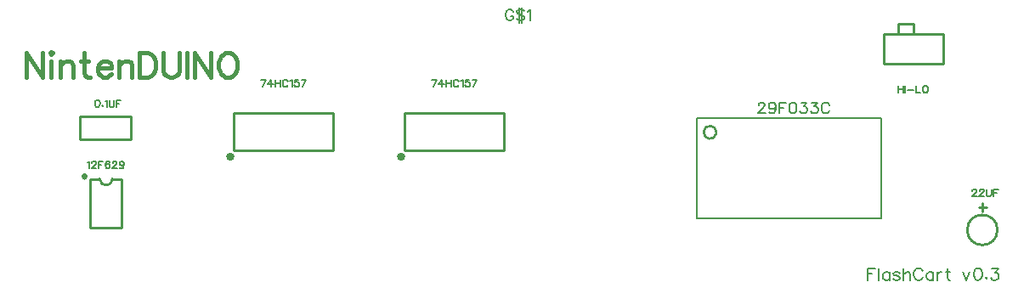
<source format=gto>
G04 Layer: TopSilkLayer*
G04 EasyEDA v5.9.42, Mon, 13 May 2019 22:36:32 GMT*
G04 18fdc59d78804919a667ee1bdc29a187*
G04 Gerber Generator version 0.2*
G04 Scale: 100 percent, Rotated: No, Reflected: No *
G04 Dimensions in inches *
G04 leading zeros omitted , absolute positions ,2 integer and 4 decimal *
%FSLAX24Y24*%
%MOIN*%
G90*
G70D02*

%ADD10C,0.010000*%
%ADD12C,0.015000*%
%ADD22C,0.008000*%
%ADD23C,0.015748*%
%ADD24C,0.007000*%

%LPD*%
G54D22*
G01X27106Y11072D02*
G01X34350Y11072D01*
G01X34350Y7135D01*
G01X27106Y7135D01*
G01X27106Y11072D01*
G54D10*
G01X38165Y7555D02*
G01X38475Y7555D01*
G01X38315Y7383D02*
G01X38315Y7713D01*
G01X2911Y11124D02*
G01X4911Y11124D01*
G01X4911Y10224D01*
G01X2911Y10224D01*
G01X2911Y11124D01*
G01X15642Y11075D02*
G01X15642Y9794D01*
G01X19560Y9794D01*
G01X19560Y11244D01*
G01X15642Y11244D01*
G01X15642Y11075D01*
G01X8942Y11075D02*
G01X8942Y9794D01*
G01X12860Y9794D01*
G01X12860Y11244D01*
G01X8942Y11244D01*
G01X8942Y11075D01*
G01X3321Y8674D02*
G01X3321Y6774D01*
G01X4561Y6774D01*
G01X4561Y8674D01*
G01X4561Y8674D02*
G01X4191Y8674D01*
G01X3691Y8674D02*
G01X3321Y8674D01*
G01X36791Y13184D02*
G01X34431Y13184D01*
G01X34431Y13184D02*
G01X34431Y14364D01*
G01X34431Y14364D02*
G01X35021Y14364D01*
G01X35021Y14364D02*
G01X35611Y14364D01*
G01X35611Y14364D02*
G01X36791Y14364D01*
G01X36791Y14364D02*
G01X36791Y13184D01*
G01X35021Y14364D02*
G01X35021Y14754D01*
G01X35611Y14364D02*
G01X35611Y14754D01*
G01X35611Y14754D02*
G01X35021Y14754D01*
G54D24*
G01X29531Y11572D02*
G01X29531Y11593D01*
G01X29552Y11634D01*
G01X29572Y11654D01*
G01X29613Y11674D01*
G01X29695Y11674D01*
G01X29736Y11654D01*
G01X29756Y11634D01*
G01X29777Y11593D01*
G01X29777Y11552D01*
G01X29756Y11511D01*
G01X29716Y11449D01*
G01X29511Y11245D01*
G01X29797Y11245D01*
G01X30198Y11531D02*
G01X30178Y11470D01*
G01X30137Y11429D01*
G01X30076Y11409D01*
G01X30055Y11409D01*
G01X29994Y11429D01*
G01X29953Y11470D01*
G01X29932Y11531D01*
G01X29932Y11552D01*
G01X29953Y11613D01*
G01X29994Y11654D01*
G01X30055Y11674D01*
G01X30076Y11674D01*
G01X30137Y11654D01*
G01X30178Y11613D01*
G01X30198Y11531D01*
G01X30198Y11429D01*
G01X30178Y11327D01*
G01X30137Y11265D01*
G01X30076Y11245D01*
G01X30035Y11245D01*
G01X29973Y11265D01*
G01X29953Y11306D01*
G01X30333Y11674D02*
G01X30333Y11245D01*
G01X30333Y11674D02*
G01X30599Y11674D01*
G01X30333Y11470D02*
G01X30497Y11470D01*
G01X30857Y11674D02*
G01X30796Y11654D01*
G01X30755Y11593D01*
G01X30734Y11490D01*
G01X30734Y11429D01*
G01X30755Y11327D01*
G01X30796Y11265D01*
G01X30857Y11245D01*
G01X30898Y11245D01*
G01X30959Y11265D01*
G01X31000Y11327D01*
G01X31021Y11429D01*
G01X31021Y11490D01*
G01X31000Y11593D01*
G01X30959Y11654D01*
G01X30898Y11674D01*
G01X30857Y11674D01*
G01X31196Y11674D02*
G01X31421Y11674D01*
G01X31299Y11511D01*
G01X31360Y11511D01*
G01X31401Y11490D01*
G01X31421Y11470D01*
G01X31442Y11409D01*
G01X31442Y11368D01*
G01X31421Y11306D01*
G01X31381Y11265D01*
G01X31319Y11245D01*
G01X31258Y11245D01*
G01X31196Y11265D01*
G01X31176Y11286D01*
G01X31156Y11327D01*
G01X31618Y11674D02*
G01X31843Y11674D01*
G01X31720Y11511D01*
G01X31781Y11511D01*
G01X31822Y11490D01*
G01X31843Y11470D01*
G01X31863Y11409D01*
G01X31863Y11368D01*
G01X31843Y11306D01*
G01X31802Y11265D01*
G01X31741Y11245D01*
G01X31679Y11245D01*
G01X31618Y11265D01*
G01X31597Y11286D01*
G01X31577Y11327D01*
G01X32305Y11572D02*
G01X32285Y11613D01*
G01X32244Y11654D01*
G01X32203Y11674D01*
G01X32121Y11674D01*
G01X32080Y11654D01*
G01X32039Y11613D01*
G01X32019Y11572D01*
G01X31998Y11511D01*
G01X31998Y11409D01*
G01X32019Y11347D01*
G01X32039Y11306D01*
G01X32080Y11265D01*
G01X32121Y11245D01*
G01X32203Y11245D01*
G01X32244Y11265D01*
G01X32285Y11306D01*
G01X32305Y11347D01*
G01X19918Y15217D02*
G01X19897Y15258D01*
G01X19856Y15299D01*
G01X19816Y15319D01*
G01X19734Y15319D01*
G01X19693Y15299D01*
G01X19652Y15258D01*
G01X19631Y15217D01*
G01X19611Y15156D01*
G01X19611Y15054D01*
G01X19631Y14992D01*
G01X19652Y14951D01*
G01X19693Y14910D01*
G01X19734Y14890D01*
G01X19816Y14890D01*
G01X19856Y14910D01*
G01X19897Y14951D01*
G01X19918Y14992D01*
G01X19918Y15054D01*
G01X19816Y15054D02*
G01X19918Y15054D01*
G01X20155Y15401D02*
G01X20155Y14808D01*
G01X20237Y15401D02*
G01X20237Y14808D01*
G01X20339Y15258D02*
G01X20298Y15299D01*
G01X20237Y15319D01*
G01X20155Y15319D01*
G01X20094Y15299D01*
G01X20053Y15258D01*
G01X20053Y15217D01*
G01X20073Y15176D01*
G01X20094Y15156D01*
G01X20135Y15135D01*
G01X20257Y15094D01*
G01X20298Y15074D01*
G01X20319Y15054D01*
G01X20339Y15013D01*
G01X20339Y14951D01*
G01X20298Y14910D01*
G01X20237Y14890D01*
G01X20155Y14890D01*
G01X20094Y14910D01*
G01X20053Y14951D01*
G01X20474Y15238D02*
G01X20515Y15258D01*
G01X20576Y15319D01*
G01X20576Y14890D01*
G01X37925Y8205D02*
G01X37925Y8219D01*
G01X37938Y8246D01*
G01X37952Y8260D01*
G01X37979Y8274D01*
G01X38034Y8274D01*
G01X38061Y8260D01*
G01X38075Y8246D01*
G01X38088Y8219D01*
G01X38088Y8192D01*
G01X38075Y8165D01*
G01X38047Y8124D01*
G01X37911Y7987D01*
G01X38102Y7987D01*
G01X38206Y8205D02*
G01X38206Y8219D01*
G01X38219Y8246D01*
G01X38233Y8260D01*
G01X38260Y8274D01*
G01X38315Y8274D01*
G01X38342Y8260D01*
G01X38356Y8246D01*
G01X38369Y8219D01*
G01X38369Y8192D01*
G01X38356Y8165D01*
G01X38328Y8124D01*
G01X38192Y7987D01*
G01X38383Y7987D01*
G01X38473Y8274D02*
G01X38473Y8069D01*
G01X38486Y8028D01*
G01X38514Y8001D01*
G01X38555Y7987D01*
G01X38582Y7987D01*
G01X38623Y8001D01*
G01X38650Y8028D01*
G01X38664Y8069D01*
G01X38664Y8274D01*
G01X38754Y8274D02*
G01X38754Y7987D01*
G01X38754Y8274D02*
G01X38931Y8274D01*
G01X38754Y8137D02*
G01X38863Y8137D01*
G01X3593Y11774D02*
G01X3552Y11760D01*
G01X3525Y11719D01*
G01X3511Y11651D01*
G01X3511Y11610D01*
G01X3525Y11542D01*
G01X3552Y11501D01*
G01X3593Y11487D01*
G01X3620Y11487D01*
G01X3661Y11501D01*
G01X3688Y11542D01*
G01X3702Y11610D01*
G01X3702Y11651D01*
G01X3688Y11719D01*
G01X3661Y11760D01*
G01X3620Y11774D01*
G01X3593Y11774D01*
G01X3806Y11555D02*
G01X3792Y11542D01*
G01X3806Y11528D01*
G01X3819Y11542D01*
G01X3806Y11555D01*
G01X3909Y11719D02*
G01X3936Y11733D01*
G01X3977Y11774D01*
G01X3977Y11487D01*
G01X4067Y11774D02*
G01X4067Y11569D01*
G01X4081Y11528D01*
G01X4108Y11501D01*
G01X4149Y11487D01*
G01X4176Y11487D01*
G01X4217Y11501D01*
G01X4245Y11528D01*
G01X4258Y11569D01*
G01X4258Y11774D01*
G01X4348Y11774D02*
G01X4348Y11487D01*
G01X4348Y11774D02*
G01X4526Y11774D01*
G01X4348Y11637D02*
G01X4457Y11637D01*
G01X16902Y12574D02*
G01X16766Y12287D01*
G01X16711Y12574D02*
G01X16902Y12574D01*
G01X17128Y12574D02*
G01X16992Y12383D01*
G01X17196Y12383D01*
G01X17128Y12574D02*
G01X17128Y12287D01*
G01X17286Y12574D02*
G01X17286Y12287D01*
G01X17477Y12574D02*
G01X17477Y12287D01*
G01X17286Y12437D02*
G01X17477Y12437D01*
G01X17772Y12505D02*
G01X17758Y12533D01*
G01X17731Y12560D01*
G01X17704Y12574D01*
G01X17649Y12574D01*
G01X17622Y12560D01*
G01X17595Y12533D01*
G01X17581Y12505D01*
G01X17567Y12465D01*
G01X17567Y12396D01*
G01X17581Y12355D01*
G01X17595Y12328D01*
G01X17622Y12301D01*
G01X17649Y12287D01*
G01X17704Y12287D01*
G01X17731Y12301D01*
G01X17758Y12328D01*
G01X17772Y12355D01*
G01X17862Y12519D02*
G01X17889Y12533D01*
G01X17930Y12574D01*
G01X17930Y12287D01*
G01X18184Y12574D02*
G01X18047Y12574D01*
G01X18034Y12451D01*
G01X18047Y12465D01*
G01X18088Y12478D01*
G01X18129Y12478D01*
G01X18170Y12465D01*
G01X18197Y12437D01*
G01X18211Y12396D01*
G01X18211Y12369D01*
G01X18197Y12328D01*
G01X18170Y12301D01*
G01X18129Y12287D01*
G01X18088Y12287D01*
G01X18047Y12301D01*
G01X18034Y12315D01*
G01X18020Y12342D01*
G01X18492Y12574D02*
G01X18356Y12287D01*
G01X18301Y12574D02*
G01X18492Y12574D01*
G01X10202Y12574D02*
G01X10066Y12287D01*
G01X10011Y12574D02*
G01X10202Y12574D01*
G01X10428Y12574D02*
G01X10292Y12383D01*
G01X10496Y12383D01*
G01X10428Y12574D02*
G01X10428Y12287D01*
G01X10586Y12574D02*
G01X10586Y12287D01*
G01X10777Y12574D02*
G01X10777Y12287D01*
G01X10586Y12437D02*
G01X10777Y12437D01*
G01X11072Y12505D02*
G01X11058Y12533D01*
G01X11031Y12560D01*
G01X11004Y12574D01*
G01X10949Y12574D01*
G01X10922Y12560D01*
G01X10895Y12533D01*
G01X10881Y12505D01*
G01X10867Y12465D01*
G01X10867Y12396D01*
G01X10881Y12355D01*
G01X10895Y12328D01*
G01X10922Y12301D01*
G01X10949Y12287D01*
G01X11004Y12287D01*
G01X11031Y12301D01*
G01X11058Y12328D01*
G01X11072Y12355D01*
G01X11162Y12519D02*
G01X11189Y12533D01*
G01X11230Y12574D01*
G01X11230Y12287D01*
G01X11484Y12574D02*
G01X11347Y12574D01*
G01X11334Y12451D01*
G01X11347Y12465D01*
G01X11388Y12478D01*
G01X11429Y12478D01*
G01X11470Y12465D01*
G01X11497Y12437D01*
G01X11511Y12396D01*
G01X11511Y12369D01*
G01X11497Y12328D01*
G01X11470Y12301D01*
G01X11429Y12287D01*
G01X11388Y12287D01*
G01X11347Y12301D01*
G01X11334Y12315D01*
G01X11320Y12342D01*
G01X11792Y12574D02*
G01X11656Y12287D01*
G01X11601Y12574D02*
G01X11792Y12574D01*
G01X3211Y9319D02*
G01X3238Y9333D01*
G01X3279Y9374D01*
G01X3279Y9087D01*
G01X3383Y9305D02*
G01X3383Y9319D01*
G01X3396Y9346D01*
G01X3410Y9360D01*
G01X3437Y9374D01*
G01X3492Y9374D01*
G01X3519Y9360D01*
G01X3533Y9346D01*
G01X3546Y9319D01*
G01X3546Y9292D01*
G01X3533Y9265D01*
G01X3506Y9224D01*
G01X3369Y9087D01*
G01X3560Y9087D01*
G01X3650Y9374D02*
G01X3650Y9087D01*
G01X3650Y9374D02*
G01X3827Y9374D01*
G01X3650Y9237D02*
G01X3759Y9237D01*
G01X4081Y9333D02*
G01X4067Y9360D01*
G01X4026Y9374D01*
G01X3999Y9374D01*
G01X3958Y9360D01*
G01X3931Y9319D01*
G01X3917Y9251D01*
G01X3917Y9183D01*
G01X3931Y9128D01*
G01X3958Y9101D01*
G01X3999Y9087D01*
G01X4013Y9087D01*
G01X4054Y9101D01*
G01X4081Y9128D01*
G01X4095Y9169D01*
G01X4095Y9183D01*
G01X4081Y9224D01*
G01X4054Y9251D01*
G01X4013Y9265D01*
G01X3999Y9265D01*
G01X3958Y9251D01*
G01X3931Y9224D01*
G01X3917Y9183D01*
G01X4198Y9305D02*
G01X4198Y9319D01*
G01X4212Y9346D01*
G01X4226Y9360D01*
G01X4253Y9374D01*
G01X4307Y9374D01*
G01X4335Y9360D01*
G01X4348Y9346D01*
G01X4362Y9319D01*
G01X4362Y9292D01*
G01X4348Y9265D01*
G01X4321Y9224D01*
G01X4185Y9087D01*
G01X4376Y9087D01*
G01X4643Y9278D02*
G01X4629Y9237D01*
G01X4602Y9210D01*
G01X4561Y9196D01*
G01X4547Y9196D01*
G01X4506Y9210D01*
G01X4479Y9237D01*
G01X4466Y9278D01*
G01X4466Y9292D01*
G01X4479Y9333D01*
G01X4506Y9360D01*
G01X4547Y9374D01*
G01X4561Y9374D01*
G01X4602Y9360D01*
G01X4629Y9333D01*
G01X4643Y9278D01*
G01X4643Y9210D01*
G01X4629Y9142D01*
G01X4602Y9101D01*
G01X4561Y9087D01*
G01X4534Y9087D01*
G01X4493Y9101D01*
G01X4479Y9128D01*
G01X35011Y12338D02*
G01X35011Y12051D01*
G01X35202Y12338D02*
G01X35202Y12051D01*
G01X35011Y12201D02*
G01X35202Y12201D01*
G01X35292Y12338D02*
G01X35292Y12051D01*
G01X35382Y12174D02*
G01X35627Y12174D01*
G01X35717Y12338D02*
G01X35717Y12051D01*
G01X35717Y12051D02*
G01X35881Y12051D01*
G01X36053Y12338D02*
G01X36026Y12324D01*
G01X35998Y12297D01*
G01X35985Y12269D01*
G01X35971Y12229D01*
G01X35971Y12160D01*
G01X35985Y12119D01*
G01X35998Y12092D01*
G01X36026Y12065D01*
G01X36053Y12051D01*
G01X36107Y12051D01*
G01X36135Y12065D01*
G01X36162Y12092D01*
G01X36176Y12119D01*
G01X36189Y12160D01*
G01X36189Y12229D01*
G01X36176Y12269D01*
G01X36162Y12297D01*
G01X36135Y12324D01*
G01X36107Y12338D01*
G01X36053Y12338D01*
G54D12*
G01X811Y13619D02*
G01X811Y12665D01*
G01X811Y13619D02*
G01X1447Y12665D01*
G01X1447Y13619D02*
G01X1447Y12665D01*
G01X1747Y13619D02*
G01X1793Y13574D01*
G01X1838Y13619D01*
G01X1793Y13665D01*
G01X1747Y13619D01*
G01X1793Y13301D02*
G01X1793Y12665D01*
G01X2138Y13301D02*
G01X2138Y12665D01*
G01X2138Y13119D02*
G01X2275Y13256D01*
G01X2366Y13301D01*
G01X2502Y13301D01*
G01X2593Y13256D01*
G01X2638Y13119D01*
G01X2638Y12665D01*
G01X3075Y13619D02*
G01X3075Y12847D01*
G01X3120Y12710D01*
G01X3211Y12665D01*
G01X3302Y12665D01*
G01X2938Y13301D02*
G01X3256Y13301D01*
G01X3602Y13029D02*
G01X4147Y13029D01*
G01X4147Y13119D01*
G01X4102Y13210D01*
G01X4056Y13256D01*
G01X3966Y13301D01*
G01X3829Y13301D01*
G01X3738Y13256D01*
G01X3647Y13165D01*
G01X3602Y13029D01*
G01X3602Y12938D01*
G01X3647Y12801D01*
G01X3738Y12710D01*
G01X3829Y12665D01*
G01X3966Y12665D01*
G01X4056Y12710D01*
G01X4147Y12801D01*
G01X4447Y13301D02*
G01X4447Y12665D01*
G01X4447Y13119D02*
G01X4584Y13256D01*
G01X4675Y13301D01*
G01X4811Y13301D01*
G01X4902Y13256D01*
G01X4947Y13119D01*
G01X4947Y12665D01*
G01X5247Y13619D02*
G01X5247Y12665D01*
G01X5247Y13619D02*
G01X5566Y13619D01*
G01X5702Y13574D01*
G01X5793Y13483D01*
G01X5838Y13392D01*
G01X5884Y13256D01*
G01X5884Y13029D01*
G01X5838Y12892D01*
G01X5793Y12801D01*
G01X5702Y12710D01*
G01X5566Y12665D01*
G01X5247Y12665D01*
G01X6184Y13619D02*
G01X6184Y12938D01*
G01X6229Y12801D01*
G01X6320Y12710D01*
G01X6456Y12665D01*
G01X6547Y12665D01*
G01X6684Y12710D01*
G01X6775Y12801D01*
G01X6820Y12938D01*
G01X6820Y13619D01*
G01X7120Y13619D02*
G01X7120Y12665D01*
G01X7420Y13619D02*
G01X7420Y12665D01*
G01X7420Y13619D02*
G01X8056Y12665D01*
G01X8056Y13619D02*
G01X8056Y12665D01*
G01X8629Y13619D02*
G01X8538Y13574D01*
G01X8447Y13483D01*
G01X8402Y13392D01*
G01X8356Y13256D01*
G01X8356Y13029D01*
G01X8402Y12892D01*
G01X8447Y12801D01*
G01X8538Y12710D01*
G01X8629Y12665D01*
G01X8811Y12665D01*
G01X8902Y12710D01*
G01X8993Y12801D01*
G01X9038Y12892D01*
G01X9084Y13029D01*
G01X9084Y13256D01*
G01X9038Y13392D01*
G01X8993Y13483D01*
G01X8902Y13574D01*
G01X8811Y13619D01*
G01X8629Y13619D01*
G54D24*
G01X33811Y5174D02*
G01X33811Y4696D01*
G01X33811Y5174D02*
G01X34106Y5174D01*
G01X33811Y4946D02*
G01X33993Y4946D01*
G01X34256Y5174D02*
G01X34256Y4696D01*
G01X34679Y5015D02*
G01X34679Y4696D01*
G01X34679Y4946D02*
G01X34634Y4992D01*
G01X34588Y5015D01*
G01X34520Y5015D01*
G01X34475Y4992D01*
G01X34429Y4946D01*
G01X34406Y4878D01*
G01X34406Y4833D01*
G01X34429Y4765D01*
G01X34475Y4719D01*
G01X34520Y4696D01*
G01X34588Y4696D01*
G01X34634Y4719D01*
G01X34679Y4765D01*
G01X35079Y4946D02*
G01X35056Y4992D01*
G01X34988Y5015D01*
G01X34920Y5015D01*
G01X34852Y4992D01*
G01X34829Y4946D01*
G01X34852Y4901D01*
G01X34897Y4878D01*
G01X35011Y4856D01*
G01X35056Y4833D01*
G01X35079Y4787D01*
G01X35079Y4765D01*
G01X35056Y4719D01*
G01X34988Y4696D01*
G01X34920Y4696D01*
G01X34852Y4719D01*
G01X34829Y4765D01*
G01X35229Y5174D02*
G01X35229Y4696D01*
G01X35229Y4924D02*
G01X35297Y4992D01*
G01X35343Y5015D01*
G01X35411Y5015D01*
G01X35456Y4992D01*
G01X35479Y4924D01*
G01X35479Y4696D01*
G01X35970Y5060D02*
G01X35947Y5106D01*
G01X35902Y5151D01*
G01X35856Y5174D01*
G01X35766Y5174D01*
G01X35720Y5151D01*
G01X35675Y5106D01*
G01X35652Y5060D01*
G01X35629Y4992D01*
G01X35629Y4878D01*
G01X35652Y4810D01*
G01X35675Y4765D01*
G01X35720Y4719D01*
G01X35766Y4696D01*
G01X35856Y4696D01*
G01X35902Y4719D01*
G01X35947Y4765D01*
G01X35970Y4810D01*
G01X36393Y5015D02*
G01X36393Y4696D01*
G01X36393Y4946D02*
G01X36347Y4992D01*
G01X36302Y5015D01*
G01X36234Y5015D01*
G01X36188Y4992D01*
G01X36143Y4946D01*
G01X36120Y4878D01*
G01X36120Y4833D01*
G01X36143Y4765D01*
G01X36188Y4719D01*
G01X36234Y4696D01*
G01X36302Y4696D01*
G01X36347Y4719D01*
G01X36393Y4765D01*
G01X36543Y5015D02*
G01X36543Y4696D01*
G01X36543Y4878D02*
G01X36566Y4946D01*
G01X36611Y4992D01*
G01X36656Y5015D01*
G01X36725Y5015D01*
G01X36943Y5174D02*
G01X36943Y4787D01*
G01X36966Y4719D01*
G01X37011Y4696D01*
G01X37056Y4696D01*
G01X36875Y5015D02*
G01X37034Y5015D01*
G01X37556Y5015D02*
G01X37693Y4696D01*
G01X37829Y5015D02*
G01X37693Y4696D01*
G01X38116Y5174D02*
G01X38047Y5151D01*
G01X38002Y5083D01*
G01X37979Y4969D01*
G01X37979Y4901D01*
G01X38002Y4787D01*
G01X38047Y4719D01*
G01X38116Y4696D01*
G01X38161Y4696D01*
G01X38229Y4719D01*
G01X38275Y4787D01*
G01X38297Y4901D01*
G01X38297Y4969D01*
G01X38275Y5083D01*
G01X38229Y5151D01*
G01X38161Y5174D01*
G01X38116Y5174D01*
G01X38470Y4810D02*
G01X38447Y4787D01*
G01X38470Y4765D01*
G01X38493Y4787D01*
G01X38470Y4810D01*
G01X38688Y5174D02*
G01X38938Y5174D01*
G01X38802Y4992D01*
G01X38870Y4992D01*
G01X38916Y4969D01*
G01X38938Y4946D01*
G01X38961Y4878D01*
G01X38961Y4833D01*
G01X38938Y4765D01*
G01X38893Y4719D01*
G01X38825Y4696D01*
G01X38756Y4696D01*
G01X38688Y4719D01*
G01X38666Y4742D01*
G01X38643Y4787D01*
G54D10*
G75*
G01X27881Y10498D02*
G03X27877Y10454I-250J1D01*
G01*
G54D23*
G75*
G01X15512Y9625D02*
G03X15513Y9625I0J-79D01*
G01*
G75*
G01X8812Y9625D02*
G03X8813Y9625I0J-79D01*
G01*
G54D10*
G75*
G01X4192Y8675D02*
G02X3692Y8675I-250J0D01*
G01*
G75*
G01X38902Y6670D02*
G03X38902Y6670I-591J0D01*
G01*
G75*
G01X3167Y8765D02*
G03X3167Y8765I-75J0D01*
G01*
M00*
M02*

</source>
